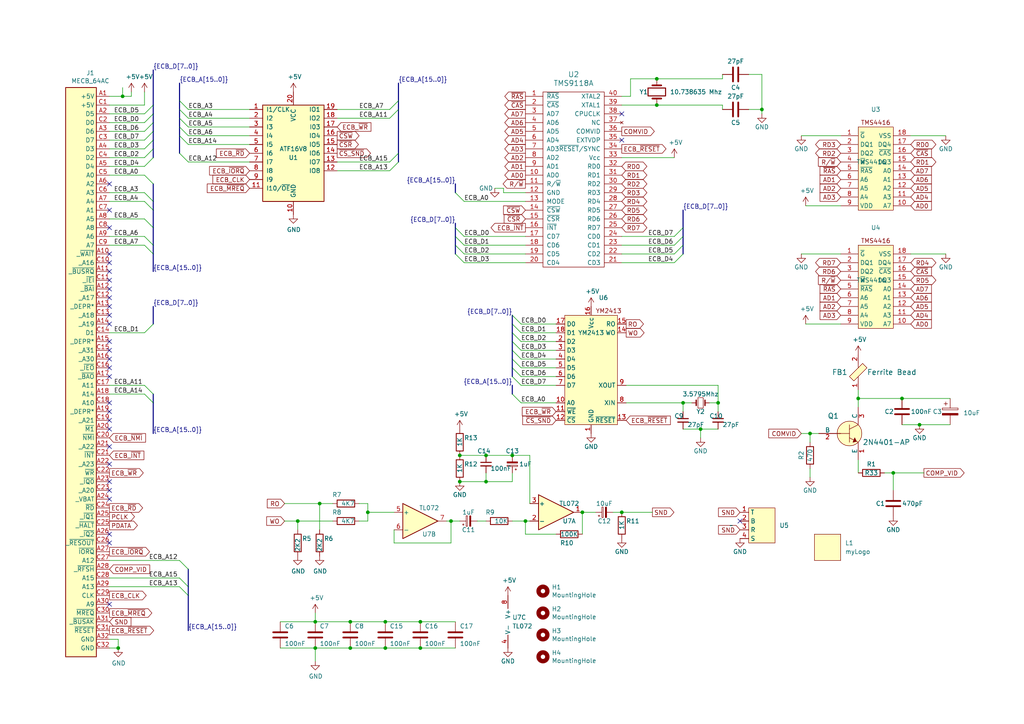
<source format=kicad_sch>
(kicad_sch (version 20230121) (generator eeschema)
  (paper "A4")
  (title_block (title "TLC-VDP for the MECB") (date "10/04/24") (rev "1.1") (company "TLC Stuff"))
  (junction (at 111.76 180.34))
  (junction (at 91.44 187.96))
  (junction (at 208.28 116.84))
  (junction (at 121.92 180.34))
  (junction (at 101.6 180.34))
  (junction (at 266.7 123.19))
  (junction (at 152.4 151.13))
  (junction (at 92.71 146.05))
  (junction (at 148.59 132.08))
  (junction (at 111.76 187.96))
  (junction (at 190.5 22.86))
  (junction (at 34.29 187.96))
  (junction (at 198.12 116.84))
  (junction (at 261.62 115.57))
  (junction (at 248.92 115.57))
  (junction (at 133.35 132.08))
  (junction (at 140.97 139.7))
  (junction (at 86.36 151.13))
  (junction (at 190.5 30.48))
  (junction (at 203.2 124.46))
  (junction (at 101.6 187.96))
  (junction (at 91.44 180.34))
  (junction (at 180.34 148.59))
  (junction (at 133.35 139.7))
  (junction (at 35.56 27.94))
  (junction (at 234.95 125.73))
  (junction (at 121.92 187.96))
  (junction (at 168.91 148.59))
  (junction (at 106.68 148.59))
  (junction (at 130.81 151.13))
  (junction (at 220.98 31.75))
  (junction (at 259.08 137.16))
  (junction (at 140.97 132.08))
  (no_connect (at 31.75 93.98))
  (no_connect (at 31.75 78.74))
  (no_connect (at 31.75 88.9))
  (no_connect (at 31.75 73.66))
  (no_connect (at 31.75 86.36))
  (no_connect (at 31.75 60.96))
  (no_connect (at 31.75 124.46))
  (no_connect (at 31.75 83.82))
  (no_connect (at 31.75 134.62))
  (no_connect (at 31.75 76.2))
  (no_connect (at 31.75 109.22))
  (no_connect (at 31.75 101.6))
  (no_connect (at 31.75 53.34))
  (no_connect (at 31.75 121.92))
  (no_connect (at 180.34 33.02))
  (no_connect (at 180.34 40.64))
  (no_connect (at 31.75 154.94))
  (no_connect (at 31.75 104.14))
  (no_connect (at 31.75 139.7))
  (no_connect (at 31.75 157.48))
  (no_connect (at 31.75 91.44))
  (no_connect (at 31.75 106.68))
  (no_connect (at 31.75 119.38))
  (no_connect (at 214.63 151.13))
  (no_connect (at 31.75 144.78))
  (no_connect (at 31.75 116.84))
  (no_connect (at 31.75 142.24))
  (no_connect (at 31.75 99.06))
  (no_connect (at 31.75 81.28))
  (no_connect (at 31.75 175.26))
  (no_connect (at 31.75 66.04))
  (no_connect (at 31.75 129.54))
  (bus_entry (at 148.59 106.68) (size 2.54 2.54))
  (bus_entry (at 44.45 53.34) (size -2.54 -2.54))
  (bus_entry (at 132.08 68.58) (size 2.54 2.54))
  (bus_entry (at 198.12 73.66) (size -2.54 2.54))
  (bus_entry (at 52.07 170.18) (size 2.54 2.54))
  (bus_entry (at 52.07 162.56) (size 2.54 2.54))
  (bus_entry (at 41.91 43.18) (size 2.54 -2.54))
  (bus_entry (at 41.91 38.1) (size 2.54 -2.54))
  (bus_entry (at 198.12 66.04) (size -2.54 2.54))
  (bus_entry (at 148.59 91.44) (size 2.54 2.54))
  (bus_entry (at 132.08 66.04) (size 2.54 2.54))
  (bus_entry (at 52.07 167.64) (size 2.54 2.54))
  (bus_entry (at 148.59 93.98) (size 2.54 2.54))
  (bus_entry (at 41.91 48.26) (size 2.54 -2.54))
  (bus_entry (at 41.91 33.02) (size 2.54 -2.54))
  (bus_entry (at 148.59 104.14) (size 2.54 2.54))
  (bus_entry (at 41.91 111.76) (size 2.54 2.54))
  (bus_entry (at 148.59 101.6) (size 2.54 2.54))
  (bus_entry (at 148.59 96.52) (size 2.54 2.54))
  (bus_entry (at 41.91 96.52) (size 2.54 -2.54))
  (bus_entry (at 198.12 68.58) (size -2.54 2.54))
  (bus_entry (at 148.59 114.3) (size 2.54 2.54))
  (bus_entry (at 148.59 109.22) (size 2.54 2.54))
  (bus_entry (at 132.08 55.88) (size 2.54 2.54))
  (bus_entry (at 44.45 73.66) (size -2.54 -2.54))
  (bus_entry (at 198.12 71.12) (size -2.54 2.54))
  (bus_entry (at 41.91 45.72) (size 2.54 -2.54))
  (bus_entry (at 44.45 66.04) (size -2.54 -2.54))
  (bus_entry (at 148.59 99.06) (size 2.54 2.54))
  (bus_entry (at 41.91 35.56) (size 2.54 -2.54))
  (bus_entry (at 132.08 71.12) (size 2.54 2.54))
  (bus_entry (at 41.91 114.3) (size 2.54 2.54))
  (bus_entry (at 44.45 71.12) (size -2.54 -2.54))
  (bus_entry (at 132.08 73.66) (size 2.54 2.54))
  (bus_entry (at 52.07 36.83) (size 2.54 2.54))
  (bus_entry (at 52.07 44.45) (size 2.54 2.54))
  (bus_entry (at 52.07 39.37) (size 2.54 2.54))
  (bus_entry (at 52.07 29.21) (size 2.54 2.54))
  (bus_entry (at 52.07 31.75) (size 2.54 2.54))
  (bus_entry (at 52.07 34.29) (size 2.54 2.54))
  (bus_entry (at 113.03 49.53) (size 2.54 -2.54))
  (bus_entry (at 113.03 46.99) (size 2.54 -2.54))
  (bus_entry (at 113.03 34.29) (size 2.54 -2.54))
  (bus_entry (at 113.03 31.75) (size 2.54 -2.54))
  (bus_entry (at 41.91 40.64) (size 2.54 -2.54))
  (bus_entry (at 44.45 58.42) (size -2.54 -2.54))
  (bus_entry (at 44.45 60.96) (size -2.54 -2.54))
  (wire (pts (xy 130.81 157.48) (xy 130.81 151.13)))
  (wire (pts (xy 54.61 46.99) (xy 72.39 46.99)))
  (bus (pts (xy 132.08 64.77) (xy 132.08 66.04)))
  (wire (pts (xy 233.68 59.69) (xy 243.84 59.69)))
  (bus (pts (xy 148.59 99.06) (xy 148.59 101.6)))
  (wire (pts (xy 181.61 111.76) (xy 208.28 111.76)))
  (wire (pts (xy 31.75 40.64) (xy 41.91 40.64)))
  (wire (pts (xy 140.97 132.08) (xy 133.35 132.08)))
  (wire (pts (xy 97.79 31.75) (xy 113.03 31.75)))
  (wire (pts (xy 41.91 26.67) (xy 41.91 30.48)))
  (wire (pts (xy 205.74 116.84) (xy 208.28 116.84)))
  (bus (pts (xy 44.45 20.32) (xy 44.45 30.48)))
  (wire (pts (xy 31.75 63.5) (xy 41.91 63.5)))
  (bus (pts (xy 54.61 170.18) (xy 54.61 172.72)))
  (wire (pts (xy 81.28 187.96) (xy 91.44 187.96)))
  (bus (pts (xy 44.45 66.04) (xy 44.45 71.12)))
  (wire (pts (xy 31.75 71.12) (xy 41.91 71.12)))
  (bus (pts (xy 115.57 24.13) (xy 115.57 29.21)))
  (bus (pts (xy 44.45 53.34) (xy 44.45 58.42)))
  (wire (pts (xy 203.2 124.46) (xy 208.28 124.46)))
  (wire (pts (xy 106.68 148.59) (xy 106.68 151.13)))
  (wire (pts (xy 31.75 185.42) (xy 34.29 185.42)))
  (wire (pts (xy 182.88 27.94) (xy 182.88 22.86)))
  (wire (pts (xy 151.13 116.84) (xy 161.29 116.84)))
  (wire (pts (xy 208.28 116.84) (xy 208.28 119.38)))
  (wire (pts (xy 140.97 137.16) (xy 140.97 139.7)))
  (wire (pts (xy 151.13 93.98) (xy 161.29 93.98)))
  (bus (pts (xy 132.08 66.04) (xy 132.08 68.58)))
  (wire (pts (xy 220.98 21.59) (xy 220.98 31.75)))
  (wire (pts (xy 266.7 123.19) (xy 275.59 123.19)))
  (bus (pts (xy 115.57 29.21) (xy 115.57 31.75)))
  (wire (pts (xy 31.75 45.72) (xy 41.91 45.72)))
  (wire (pts (xy 180.34 27.94) (xy 182.88 27.94)))
  (wire (pts (xy 168.91 148.59) (xy 172.72 148.59)))
  (bus (pts (xy 132.08 71.12) (xy 132.08 73.66)))
  (wire (pts (xy 81.28 180.34) (xy 91.44 180.34)))
  (wire (pts (xy 217.17 31.75) (xy 220.98 31.75)))
  (wire (pts (xy 92.71 146.05) (xy 92.71 153.67)))
  (wire (pts (xy 54.61 41.91) (xy 72.39 41.91)))
  (wire (pts (xy 208.28 111.76) (xy 208.28 116.84)))
  (wire (pts (xy 106.68 151.13) (xy 104.14 151.13)))
  (bus (pts (xy 198.12 60.96) (xy 198.12 66.04)))
  (wire (pts (xy 151.13 101.6) (xy 161.29 101.6)))
  (wire (pts (xy 138.43 151.13) (xy 140.97 151.13)))
  (wire (pts (xy 152.4 154.94) (xy 152.4 151.13)))
  (wire (pts (xy 31.75 38.1) (xy 41.91 38.1)))
  (wire (pts (xy 31.75 162.56) (xy 52.07 162.56)))
  (wire (pts (xy 180.34 68.58) (xy 195.58 68.58)))
  (wire (pts (xy 31.75 48.26) (xy 41.91 48.26)))
  (wire (pts (xy 248.92 115.57) (xy 261.62 115.57)))
  (wire (pts (xy 31.75 50.8) (xy 41.91 50.8)))
  (bus (pts (xy 44.45 88.9) (xy 44.45 93.98)))
  (wire (pts (xy 151.13 96.52) (xy 161.29 96.52)))
  (wire (pts (xy 111.76 180.34) (xy 121.92 180.34)))
  (bus (pts (xy 198.12 71.12) (xy 198.12 73.66)))
  (bus (pts (xy 44.45 43.18) (xy 44.45 45.72)))
  (bus (pts (xy 52.07 24.13) (xy 52.07 29.21)))
  (wire (pts (xy 234.95 135.89) (xy 234.95 138.43)))
  (wire (pts (xy 31.75 33.02) (xy 41.91 33.02)))
  (wire (pts (xy 31.75 43.18) (xy 41.91 43.18)))
  (bus (pts (xy 132.08 53.34) (xy 132.08 55.88)))
  (wire (pts (xy 114.3 157.48) (xy 130.81 157.48)))
  (wire (pts (xy 31.75 58.42) (xy 41.91 58.42)))
  (wire (pts (xy 151.13 109.22) (xy 161.29 109.22)))
  (wire (pts (xy 54.61 36.83) (xy 72.39 36.83)))
  (wire (pts (xy 129.54 151.13) (xy 130.81 151.13)))
  (wire (pts (xy 151.13 104.14) (xy 161.29 104.14)))
  (bus (pts (xy 54.61 172.72) (xy 54.61 182.88)))
  (bus (pts (xy 198.12 66.04) (xy 198.12 68.58)))
  (wire (pts (xy 232.41 125.73) (xy 234.95 125.73)))
  (wire (pts (xy 180.34 30.48) (xy 190.5 30.48)))
  (wire (pts (xy 220.98 31.75) (xy 220.98 33.02)))
  (wire (pts (xy 31.75 167.64) (xy 52.07 167.64)))
  (bus (pts (xy 198.12 68.58) (xy 198.12 71.12)))
  (wire (pts (xy 153.67 132.08) (xy 148.59 132.08)))
  (wire (pts (xy 153.67 146.05) (xy 153.67 132.08)))
  (wire (pts (xy 233.68 93.98) (xy 243.84 93.98)))
  (wire (pts (xy 148.59 139.7) (xy 140.97 139.7)))
  (wire (pts (xy 106.68 146.05) (xy 106.68 148.59)))
  (wire (pts (xy 31.75 55.88) (xy 41.91 55.88)))
  (wire (pts (xy 31.75 111.76) (xy 41.91 111.76)))
  (wire (pts (xy 106.68 148.59) (xy 114.3 148.59)))
  (wire (pts (xy 31.75 114.3) (xy 41.91 114.3)))
  (bus (pts (xy 148.59 93.98) (xy 148.59 96.52)))
  (wire (pts (xy 31.75 68.58) (xy 41.91 68.58)))
  (wire (pts (xy 134.62 73.66) (xy 152.4 73.66)))
  (bus (pts (xy 52.07 29.21) (xy 52.07 31.75)))
  (bus (pts (xy 148.59 91.44) (xy 148.59 93.98)))
  (wire (pts (xy 82.55 151.13) (xy 86.36 151.13)))
  (bus (pts (xy 148.59 106.68) (xy 148.59 109.22)))
  (wire (pts (xy 198.12 116.84) (xy 198.12 119.38)))
  (wire (pts (xy 248.92 133.35) (xy 248.92 137.16)))
  (wire (pts (xy 168.91 148.59) (xy 168.91 154.94)))
  (wire (pts (xy 248.92 113.03) (xy 248.92 115.57)))
  (wire (pts (xy 190.5 30.48) (xy 209.55 30.48)))
  (wire (pts (xy 264.16 39.37) (xy 274.32 39.37)))
  (wire (pts (xy 180.34 148.59) (xy 189.23 148.59)))
  (wire (pts (xy 151.13 111.76) (xy 161.29 111.76)))
  (wire (pts (xy 203.2 124.46) (xy 203.2 127)))
  (bus (pts (xy 44.45 71.12) (xy 44.45 73.66)))
  (wire (pts (xy 232.41 39.37) (xy 243.84 39.37)))
  (wire (pts (xy 104.14 146.05) (xy 106.68 146.05)))
  (wire (pts (xy 198.12 116.84) (xy 200.66 116.84)))
  (wire (pts (xy 91.44 187.96) (xy 91.44 191.77)))
  (bus (pts (xy 44.45 116.84) (xy 44.45 125.73)))
  (wire (pts (xy 248.92 115.57) (xy 248.92 118.11)))
  (wire (pts (xy 31.75 35.56) (xy 41.91 35.56)))
  (wire (pts (xy 180.34 73.66) (xy 195.58 73.66)))
  (wire (pts (xy 134.62 71.12) (xy 152.4 71.12)))
  (bus (pts (xy 54.61 165.1) (xy 54.61 170.18)))
  (bus (pts (xy 115.57 44.45) (xy 115.57 46.99)))
  (wire (pts (xy 31.75 96.52) (xy 41.91 96.52)))
  (bus (pts (xy 52.07 36.83) (xy 52.07 39.37)))
  (bus (pts (xy 44.45 38.1) (xy 44.45 40.64)))
  (bus (pts (xy 44.45 40.64) (xy 44.45 43.18)))
  (wire (pts (xy 259.08 137.16) (xy 259.08 142.24)))
  (wire (pts (xy 151.13 106.68) (xy 161.29 106.68)))
  (wire (pts (xy 134.62 76.2) (xy 152.4 76.2)))
  (bus (pts (xy 52.07 34.29) (xy 52.07 36.83)))
  (wire (pts (xy 86.36 151.13) (xy 96.52 151.13)))
  (wire (pts (xy 264.16 73.66) (xy 274.32 73.66)))
  (wire (pts (xy 31.75 30.48) (xy 41.91 30.48)))
  (wire (pts (xy 261.62 123.19) (xy 266.7 123.19)))
  (wire (pts (xy 151.13 99.06) (xy 161.29 99.06)))
  (wire (pts (xy 101.6 180.34) (xy 111.76 180.34)))
  (wire (pts (xy 31.75 170.18) (xy 52.07 170.18)))
  (wire (pts (xy 209.55 30.48) (xy 209.55 31.75)))
  (wire (pts (xy 177.8 148.59) (xy 180.34 148.59)))
  (wire (pts (xy 92.71 146.05) (xy 96.52 146.05)))
  (bus (pts (xy 52.07 31.75) (xy 52.07 34.29)))
  (wire (pts (xy 146.05 55.88) (xy 152.4 55.88)))
  (wire (pts (xy 259.08 137.16) (xy 267.97 137.16)))
  (wire (pts (xy 34.29 185.42) (xy 34.29 187.96)))
  (wire (pts (xy 181.61 116.84) (xy 198.12 116.84)))
  (wire (pts (xy 54.61 39.37) (xy 72.39 39.37)))
  (wire (pts (xy 148.59 132.08) (xy 140.97 132.08)))
  (wire (pts (xy 97.79 49.53) (xy 113.03 49.53)))
  (wire (pts (xy 91.44 177.8) (xy 91.44 180.34)))
  (bus (pts (xy 148.59 104.14) (xy 148.59 106.68)))
  (bus (pts (xy 115.57 31.75) (xy 115.57 44.45)))
  (wire (pts (xy 121.92 180.34) (xy 132.08 180.34)))
  (wire (pts (xy 180.34 45.72) (xy 195.58 45.72)))
  (wire (pts (xy 31.75 187.96) (xy 34.29 187.96)))
  (bus (pts (xy 132.08 68.58) (xy 132.08 71.12)))
  (wire (pts (xy 161.29 154.94) (xy 152.4 154.94)))
  (bus (pts (xy 44.45 73.66) (xy 44.45 78.74)))
  (wire (pts (xy 217.17 21.59) (xy 220.98 21.59)))
  (bus (pts (xy 44.45 33.02) (xy 44.45 35.56)))
  (wire (pts (xy 148.59 151.13) (xy 152.4 151.13)))
  (wire (pts (xy 121.92 187.96) (xy 132.08 187.96)))
  (wire (pts (xy 130.81 151.13) (xy 133.35 151.13)))
  (wire (pts (xy 209.55 21.59) (xy 209.55 22.86)))
  (wire (pts (xy 152.4 151.13) (xy 153.67 151.13)))
  (bus (pts (xy 148.59 111.76) (xy 148.59 114.3)))
  (bus (pts (xy 148.59 96.52) (xy 148.59 99.06)))
  (wire (pts (xy 35.56 27.94) (xy 38.1 27.94)))
  (wire (pts (xy 38.1 26.67) (xy 38.1 27.94)))
  (wire (pts (xy 234.95 125.73) (xy 237.49 125.73)))
  (bus (pts (xy 44.45 58.42) (xy 44.45 60.96)))
  (wire (pts (xy 111.76 187.96) (xy 121.92 187.96)))
  (wire (pts (xy 114.3 153.67) (xy 114.3 157.48)))
  (wire (pts (xy 91.44 180.34) (xy 101.6 180.34)))
  (wire (pts (xy 97.79 46.99) (xy 113.03 46.99)))
  (wire (pts (xy 190.5 22.86) (xy 209.55 22.86)))
  (wire (pts (xy 198.12 124.46) (xy 203.2 124.46)))
  (wire (pts (xy 91.44 187.96) (xy 101.6 187.96)))
  (bus (pts (xy 44.45 114.3) (xy 44.45 116.84)))
  (wire (pts (xy 54.61 31.75) (xy 72.39 31.75)))
  (wire (pts (xy 140.97 139.7) (xy 133.35 139.7)))
  (wire (pts (xy 256.54 137.16) (xy 259.08 137.16)))
  (wire (pts (xy 134.62 68.58) (xy 152.4 68.58)))
  (wire (pts (xy 182.88 22.86) (xy 190.5 22.86)))
  (wire (pts (xy 146.05 54.61) (xy 146.05 55.88)))
  (wire (pts (xy 134.62 58.42) (xy 152.4 58.42)))
  (wire (pts (xy 143.51 54.61) (xy 146.05 54.61)))
  (bus (pts (xy 44.45 35.56) (xy 44.45 38.1)))
  (wire (pts (xy 234.95 125.73) (xy 234.95 128.27)))
  (wire (pts (xy 148.59 137.16) (xy 148.59 139.7)))
  (wire (pts (xy 97.79 34.29) (xy 113.03 34.29)))
  (wire (pts (xy 180.34 71.12) (xy 195.58 71.12)))
  (wire (pts (xy 261.62 115.57) (xy 275.59 115.57)))
  (wire (pts (xy 232.41 73.66) (xy 243.84 73.66)))
  (wire (pts (xy 180.34 76.2) (xy 195.58 76.2)))
  (bus (pts (xy 148.59 101.6) (xy 148.59 104.14)))
  (wire (pts (xy 82.55 146.05) (xy 92.71 146.05)))
  (wire (pts (xy 35.56 25.4) (xy 35.56 27.94)))
  (bus (pts (xy 44.45 60.96) (xy 44.45 66.04)))
  (bus (pts (xy 52.07 39.37) (xy 52.07 44.45)))
  (wire (pts (xy 86.36 151.13) (xy 86.36 153.67)))
  (wire (pts (xy 31.75 27.94) (xy 35.56 27.94)))
  (wire (pts (xy 101.6 187.96) (xy 111.76 187.96)))
  (wire (pts (xy 54.61 34.29) (xy 72.39 34.29)))
  (bus (pts (xy 44.45 30.48) (xy 44.45 33.02)))
  (label "ECB_A5" (at 54.61 36.83 0))
  (label "ECB_A6" (at 54.61 39.37 0))
  (label "{ECB_A[15..0]}" (at 44.45 78.74 0))
  (label "ECB_D0" (at 151.13 93.98 0))
  (label "ECB_A15" (at 43.18 167.64 0))
  (label "ECB_D7" (at 151.13 111.76 0))
  (label "ECB_A0" (at 134.62 58.42 0))
  (label "{ECB_D[7..0]}" (at 44.45 88.9 0))
  (label "ECB_A7" (at 104.14 31.75 0))
  (label "ECB_D5" (at 151.13 106.68 0))
  (label "ECB_D3" (at 151.13 101.6 0))
  (label "ECB_A15" (at 104.14 46.99 0))
  (label "ECB_D3" (at 33.02 43.18 0))
  (label "ECB_A12" (at 43.18 162.56 0))
  (label "{ECB_A[15..0]}" (at 148.59 111.76 180))
  (label "ECB_D4" (at 187.96 76.2 0))
  (label "ECB_A13" (at 104.14 49.53 0))
  (label "ECB_D0" (at 33.02 35.56 0))
  (label "ECB_D6" (at 187.96 71.12 0))
  (label "ECB_D3" (at 134.62 76.2 0))
  (label "ECB_A0" (at 33.02 50.8 0))
  (label "ECB_D7" (at 33.02 40.64 0))
  (label "ECB_D6" (at 33.02 38.1 0))
  (label "ECB_D0" (at 134.62 68.58 0))
  (label "ECB_D4" (at 151.13 104.14 0))
  (label "ECB_A6" (at 33.02 68.58 0))
  (label "ECB_A3" (at 54.61 31.75 0))
  (label "ECB_D5" (at 33.02 33.02 0))
  (label "{ECB_D[7..0]}" (at 148.59 91.44 180))
  (label "ECB_A12" (at 54.61 46.99 0))
  (label "ECB_A11" (at 33.02 111.76 0))
  (label "ECB_A4" (at 33.02 58.42 0))
  (label "ECB_D7" (at 187.96 68.58 0))
  (label "ECB_D2" (at 134.62 73.66 0))
  (label "ECB_A3" (at 33.02 55.88 0))
  (label "{ECB_A[15..0]}" (at 115.57 24.13 0))
  (label "ECB_A4" (at 54.61 34.29 0))
  (label "{ECB_A[15..0]}" (at 132.08 53.34 180))
  (label "ECB_A5" (at 33.02 63.5 0))
  (label "ECB_D4" (at 33.02 48.26 0))
  (label "ECB_A11" (at 104.14 34.29 0))
  (label "{ECB_D[7..0]}" (at 44.45 20.32 0))
  (label "ECB_D1" (at 33.02 96.52 0))
  (label "ECB_D5" (at 187.96 73.66 0))
  (label "ECB_D1" (at 134.62 71.12 0))
  (label "{ECB_D[7..0]}" (at 132.08 64.77 180))
  (label "{ECB_A[15..0]}" (at 54.61 182.88 0))
  (label "ECB_A13" (at 43.18 170.18 0))
  (label "ECB_D1" (at 151.13 96.52 0))
  (label "ECB_D6" (at 151.13 109.22 0))
  (label "ECB_A7" (at 33.02 71.12 0))
  (label "ECB_D2" (at 33.02 45.72 0))
  (label "{ECB_A[15..0]}" (at 44.45 125.73 0))
  (label "{ECB_A[15..0]}" (at 52.07 24.13 0))
  (label "ECB_D2" (at 151.13 99.06 0))
  (label "{ECB_D[7..0]}" (at 198.12 60.96 0))
  (label "ECB_A14" (at 33.02 114.3 0))
  (label "ECB_A0" (at 151.13 116.84 0))
  (label "ECB_A14" (at 54.61 41.91 0))
  (global_label "~{CAS}" (shape input) (at 264.16 78.74 0) (property "Intersheetrefs" "${INTERSHEET_REFS}" (effects hide)))
  (global_label "AD3" (shape input) (at 243.84 57.15 180) (property "Intersheetrefs" "${INTERSHEET_REFS}" (effects hide)))
  (global_label "ECB_~{RESET}" (shape output) (at 31.75 182.88 0) (property "Intersheetrefs" "${INTERSHEET_REFS}" (effects hide)))
  (global_label "ECB_~{MREQ}" (shape output) (at 31.75 177.8 0) (property "Intersheetrefs" "${INTERSHEET_REFS}" (effects hide)))
  (global_label "~{CSR}" (shape input) (at 152.4 63.5 180) (property "Intersheetrefs" "${INTERSHEET_REFS}" (effects hide)))
  (global_label "SND" (shape input) (at 214.63 148.59 180) (property "Intersheetrefs" "${INTERSHEET_REFS}" (effects hide)))
  (global_label "RD6" (shape bidirectional) (at 180.34 63.5 0) (property "Intersheetrefs" "${INTERSHEET_REFS}" (effects hide)))
  (global_label "AD0" (shape input) (at 264.16 59.69 0) (property "Intersheetrefs" "${INTERSHEET_REFS}" (effects hide)))
  (global_label "~{CSW}" (shape input) (at 152.4 60.96 180) (property "Intersheetrefs" "${INTERSHEET_REFS}" (effects hide)))
  (global_label "RO" (shape output) (at 181.61 93.98 0) (property "Intersheetrefs" "${INTERSHEET_REFS}" (effects hide)))
  (global_label "R{slash}~{W}" (shape output) (at 152.4 53.34 180) (property "Intersheetrefs" "${INTERSHEET_REFS}" (effects hide)))
  (global_label "RD4" (shape bidirectional) (at 264.16 76.2 0) (property "Intersheetrefs" "${INTERSHEET_REFS}" (effects hide)))
  (global_label "ECB_CLK" (shape output) (at 31.75 172.72 0) (property "Intersheetrefs" "${INTERSHEET_REFS}" (effects hide)))
  (global_label "AD1" (shape output) (at 152.4 48.26 180) (property "Intersheetrefs" "${INTERSHEET_REFS}" (effects hide)))
  (global_label "PCLK" (shape output) (at 31.75 149.86 0) (property "Intersheetrefs" "${INTERSHEET_REFS}" (effects hide)))
  (global_label "ECB_~{WR}" (shape input) (at 161.29 119.38 180) (property "Intersheetrefs" "${INTERSHEET_REFS}" (effects hide)))
  (global_label "ECB_~{RESET}" (shape output) (at 180.34 43.18 0) (property "Intersheetrefs" "${INTERSHEET_REFS}" (effects hide)))
  (global_label "AD7" (shape input) (at 264.16 49.53 0) (property "Intersheetrefs" "${INTERSHEET_REFS}" (effects hide)))
  (global_label "SND" (shape output) (at 189.23 148.59 0) (property "Intersheetrefs" "${INTERSHEET_REFS}" (effects hide)))
  (global_label "ECB_~{INT}" (shape input) (at 31.75 132.08 0) (property "Intersheetrefs" "${INTERSHEET_REFS}" (effects hide)))
  (global_label "WO" (shape output) (at 181.61 96.52 0) (property "Intersheetrefs" "${INTERSHEET_REFS}" (effects hide)))
  (global_label "RD0" (shape bidirectional) (at 264.16 41.91 0) (property "Intersheetrefs" "${INTERSHEET_REFS}" (effects hide)))
  (global_label "ECB_~{IORQ}" (shape output) (at 31.75 160.02 0) (property "Intersheetrefs" "${INTERSHEET_REFS}" (effects hide)))
  (global_label "~{CAS}" (shape input) (at 264.16 44.45 0) (property "Intersheetrefs" "${INTERSHEET_REFS}" (effects hide)))
  (global_label "ECB_~{RD}" (shape input) (at 72.39 44.45 180) (property "Intersheetrefs" "${INTERSHEET_REFS}" (effects hide)))
  (global_label "RD3" (shape bidirectional) (at 243.84 41.91 180) (property "Intersheetrefs" "${INTERSHEET_REFS}" (effects hide)))
  (global_label "SND" (shape input) (at 31.75 180.34 0) (property "Intersheetrefs" "${INTERSHEET_REFS}" (effects hide)))
  (global_label "AD2" (shape input) (at 243.84 54.61 180) (property "Intersheetrefs" "${INTERSHEET_REFS}" (effects hide)))
  (global_label "AD7" (shape input) (at 264.16 83.82 0) (property "Intersheetrefs" "${INTERSHEET_REFS}" (effects hide)))
  (global_label "AD2" (shape output) (at 152.4 45.72 180) (property "Intersheetrefs" "${INTERSHEET_REFS}" (effects hide)))
  (global_label "RD7" (shape bidirectional) (at 180.34 66.04 0) (property "Intersheetrefs" "${INTERSHEET_REFS}" (effects hide)))
  (global_label "R{slash}~{W}" (shape input) (at 243.84 81.28 180) (property "Intersheetrefs" "${INTERSHEET_REFS}" (effects hide)))
  (global_label "RD2" (shape bidirectional) (at 243.84 44.45 180) (property "Intersheetrefs" "${INTERSHEET_REFS}" (effects hide)))
  (global_label "RD2" (shape bidirectional) (at 180.34 53.34 0) (property "Intersheetrefs" "${INTERSHEET_REFS}" (effects hide)))
  (global_label "~{CS_SND}" (shape input) (at 161.29 121.92 180) (property "Intersheetrefs" "${INTERSHEET_REFS}" (effects hide)))
  (global_label "AD4" (shape output) (at 152.4 40.64 180) (property "Intersheetrefs" "${INTERSHEET_REFS}" (effects hide)))
  (global_label "~{~{RAS}}" (shape output) (at 152.4 27.94 180) (property "Intersheetrefs" "${INTERSHEET_REFS}" (effects hide)))
  (global_label "AD2" (shape input) (at 243.84 88.9 180) (property "Intersheetrefs" "${INTERSHEET_REFS}" (effects hide)))
  (global_label "ECB_~{INT}" (shape output) (at 152.4 66.04 180) (property "Intersheetrefs" "${INTERSHEET_REFS}" (effects hide)))
  (global_label "ECB_~{WR}" (shape input) (at 97.79 36.83 0) (property "Intersheetrefs" "${INTERSHEET_REFS}" (effects hide)))
  (global_label "AD5" (shape output) (at 152.4 38.1 180) (property "Intersheetrefs" "${INTERSHEET_REFS}" (effects hide)))
  (global_label "AD4" (shape input) (at 264.16 91.44 0) (property "Intersheetrefs" "${INTERSHEET_REFS}" (effects hide)))
  (global_label "COMVID" (shape input) (at 232.41 125.73 180) (property "Intersheetrefs" "${INTERSHEET_REFS}" (effects hide)))
  (global_label "SND" (shape input) (at 214.63 153.67 180) (property "Intersheetrefs" "${INTERSHEET_REFS}" (effects hide)))
  (global_label "~{~{RAS}}" (shape input) (at 243.84 83.82 180) (property "Intersheetrefs" "${INTERSHEET_REFS}" (effects hide)))
  (global_label "~{CSW}" (shape output) (at 97.79 39.37 0) (property "Intersheetrefs" "${INTERSHEET_REFS}" (effects hide)))
  (global_label "ECB_CLK" (shape input) (at 72.39 52.07 180) (property "Intersheetrefs" "${INTERSHEET_REFS}" (effects hide)))
  (global_label "AD3" (shape output) (at 152.4 43.18 180) (property "Intersheetrefs" "${INTERSHEET_REFS}" (effects hide)))
  (global_label "AD3" (shape input) (at 243.84 91.44 180) (property "Intersheetrefs" "${INTERSHEET_REFS}" (effects hide)))
  (global_label "RD4" (shape bidirectional) (at 180.34 58.42 0) (property "Intersheetrefs" "${INTERSHEET_REFS}" (effects hide)))
  (global_label "ECB_~{RESET}" (shape input) (at 181.61 121.92 0) (property "Intersheetrefs" "${INTERSHEET_REFS}" (effects hide)))
  (global_label "AD0" (shape output) (at 152.4 50.8 180) (property "Intersheetrefs" "${INTERSHEET_REFS}" (effects hide)))
  (global_label "RD7" (shape bidirectional) (at 243.84 76.2 180) (property "Intersheetrefs" "${INTERSHEET_REFS}" (effects hide)))
  (global_label "AD1" (shape input) (at 243.84 86.36 180) (property "Intersheetrefs" "${INTERSHEET_REFS}" (effects hide)))
  (global_label "RD0" (shape bidirectional) (at 180.34 48.26 0) (property "Intersheetrefs" "${INTERSHEET_REFS}" (effects hide)))
  (global_label "RD1" (shape bidirectional) (at 264.16 46.99 0) (property "Intersheetrefs" "${INTERSHEET_REFS}" (effects hide)))
  (global_label "WO" (shape input) (at 82.55 151.13 180) (property "Intersheetrefs" "${INTERSHEET_REFS}" (effects hide)))
  (global_label "RO" (shape input) (at 82.55 146.05 180) (property "Intersheetrefs" "${INTERSHEET_REFS}" (effects hide)))
  (global_label "RD1" (shape bidirectional) (at 180.34 50.8 0) (property "Intersheetrefs" "${INTERSHEET_REFS}" (effects hide)))
  (global_label "~{CS_SND}" (shape output) (at 97.79 44.45 0) (property "Intersheetrefs" "${INTERSHEET_REFS}" (effects hide)))
  (global_label "ECB_~{WR}" (shape output) (at 31.75 137.16 0) (property "Intersheetrefs" "${INTERSHEET_REFS}" (effects hide)))
  (global_label "AD5" (shape input) (at 264.16 54.61 0) (property "Intersheetrefs" "${INTERSHEET_REFS}" (effects hide)))
  (global_label "AD6" (shape input) (at 264.16 52.07 0) (property "Intersheetrefs" "${INTERSHEET_REFS}" (effects hide)))
  (global_label "RD6" (shape bidirectional) (at 243.84 78.74 180) (property "Intersheetrefs" "${INTERSHEET_REFS}" (effects hide)))
  (global_label "COMP_VID" (shape input) (at 31.75 165.1 0) (property "Intersheetrefs" "${INTERSHEET_REFS}" (effects hide)))
  (global_label "AD4" (shape input) (at 264.16 57.15 0) (property "Intersheetrefs" "${INTERSHEET_REFS}" (effects hide)))
  (global_label "PDATA" (shape output) (at 31.75 152.4 0) (property "Intersheetrefs" "${INTERSHEET_REFS}" (effects hide)))
  (global_label "AD6" (shape output) (at 152.4 35.56 180) (property "Intersheetrefs" "${INTERSHEET_REFS}" (effects hide)))
  (global_label "R{slash}~{W}" (shape input) (at 243.84 46.99 180) (property "Intersheetrefs" "${INTERSHEET_REFS}" (effects hide)))
  (global_label "AD7" (shape output) (at 152.4 33.02 180) (property "Intersheetrefs" "${INTERSHEET_REFS}" (effects hide)))
  (global_label "~{CSR}" (shape output) (at 97.79 41.91 0) (property "Intersheetrefs" "${INTERSHEET_REFS}" (effects hide)))
  (global_label "~{CAS}" (shape output) (at 152.4 30.48 180) (property "Intersheetrefs" "${INTERSHEET_REFS}" (effects hide)))
  (global_label "AD5" (shape input) (at 264.16 88.9 0) (property "Intersheetrefs" "${INTERSHEET_REFS}" (effects hide)))
  (global_label "ECB_~{NMI}" (shape input) (at 31.75 127 0) (property "Intersheetrefs" "${INTERSHEET_REFS}" (effects hide)))
  (global_label "RD3" (shape bidirectional) (at 180.34 55.88 0) (property "Intersheetrefs" "${INTERSHEET_REFS}" (effects hide)))
  (global_label "AD1" (shape input) (at 243.84 52.07 180) (property "Intersheetrefs" "${INTERSHEET_REFS}" (effects hide)))
  (global_label "RD5" (shape bidirectional) (at 180.34 60.96 0) (property "Intersheetrefs" "${INTERSHEET_REFS}" (effects hide)))
  (global_label "ECB_~{MREQ}" (shape input) (at 72.39 54.61 180) (property "Intersheetrefs" "${INTERSHEET_REFS}" (effects hide)))
  (global_label "COMP_VID" (shape output) (at 267.97 137.16 0) (property "Intersheetrefs" "${INTERSHEET_REFS}" (effects hide)))
  (global_label "ECB_~{IORQ}" (shape input) (at 72.39 49.53 180) (property "Intersheetrefs" "${INTERSHEET_REFS}" (effects hide)))
  (global_label "ECB_~{RD}" (shape output) (at 31.75 147.32 0) (property "Intersheetrefs" "${INTERSHEET_REFS}" (effects hide)))
  (global_label "COMVID" (shape output) (at 180.34 38.1 0) (property "Intersheetrefs" "${INTERSHEET_REFS}" (effects hide)))
  (global_label "AD6" (shape input) (at 264.16 86.36 0) (property "Intersheetrefs" "${INTERSHEET_REFS}" (effects hide)))
  (global_label "RD5" (shape bidirectional) (at 264.16 81.28 0) (property "Intersheetrefs" "${INTERSHEET_REFS}" (effects hide)))
  (global_label "~{~{RAS}}" (shape input) (at 243.84 49.53 180) (property "Intersheetrefs" "${INTERSHEET_REFS}" (effects hide)))
  (global_label "AD0" (shape input) (at 264.16 93.98 0) (property "Intersheetrefs" "${INTERSHEET_REFS}" (effects hide)))
  (symbol (lib_id "Logic_Programmable:GAL16V8") (at 85.09 44.45 0) (unit 1)
    (property "Reference" "U1" (at 85.09 45.72 0))
    (property "Value" "ATF16V8" (at 85.09 43.18 0))
    (property "Footprint" "Package_DIP:DIP-20_W7.62mm_LongPads" (effects hide))
  )
  (symbol (lib_id "power:+5V") (at 85.09 26.67 0) (unit 1)
    (property "Reference" "#PWR05" (effects hide))
    (property "Value" "+5V" (at 85.471 22.2758 0))
  )
  (symbol (lib_id "power:GND") (at 85.09 62.23 0) (unit 1)
    (property "Reference" "#PWR06" (effects hide))
    (property "Value" "GND" (at 85.217 66.6242 0))
  )
  (symbol (lib_id "Mechanical:MountingHole") (at 157.48 184.15 0) (unit 1)
    (property "Reference" "H3" (at 160.02 182.9816 0) (effects (justify left)))
    (property "Value" "MountingHole" (at 160.02 185.293 0) (effects (justify left)))
    (property "Footprint" "MountingHole:MountingHole_3.2mm_M3" (effects hide))
  )
  (symbol (lib_id "Mechanical:MountingHole") (at 157.48 190.5 0) (unit 1)
    (property "Reference" "H4" (at 160.02 189.3316 0) (effects (justify left)))
    (property "Value" "MountingHole" (at 160.02 191.643 0) (effects (justify left)))
    (property "Footprint" "MountingHole:MountingHole_3.2mm_M3" (effects hide))
  )
  (symbol (lib_id "Mechanical:MountingHole") (at 157.48 171.45 0) (unit 1)
    (property "Reference" "H1" (at 160.02 170.2816 0) (effects (justify left)))
    (property "Value" "MountingHole" (at 160.02 172.593 0) (effects (justify left)))
    (property "Footprint" "MountingHole:MountingHole_3.2mm_M3" (effects hide))
  )
  (symbol (lib_id "Mechanical:MountingHole") (at 157.48 177.8 0) (unit 1)
    (property "Reference" "H2" (at 160.02 176.6316 0) (effects (justify left)))
    (property "Value" "MountingHole" (at 160.02 178.943 0) (effects (justify left)))
    (property "Footprint" "MountingHole:MountingHole_3.2mm_M3" (effects hide))
  )
  (symbol (lib_id "power:+5V") (at 233.68 59.69 0) (unit 1)
    (property "Reference" "#PWR010" (effects hide))
    (property "Value" "+5V" (at 234.061 55.2958 0))
  )
  (symbol (lib_id "power:GND") (at 86.36 161.29 0) (unit 1)
    (property "Reference" "#PWR028" (effects hide))
    (property "Value" "GND" (at 86.487 165.6842 0))
  )
  (symbol (lib_id "Device:C_Polarized") (at 275.59 119.38 0) (unit 1)
    (property "Reference" "C3" (at 270.51 119.38 0) (effects (justify left)))
    (property "Value" "10uF" (at 279.4 119.761 0) (effects (justify left)))
    (property "Footprint" "Capacitor_THT:CP_Radial_D5.0mm_P2.00mm" (effects hide))
  )
  (symbol (lib_id "TLC:C_6560_S.Audio_Socket") (at 220.98 152.4 0) (unit 1)
    (property "Reference" "U5" (at 226.06 152.4 0) (effects (justify left)))
    (property "Value" "~" (at 212.09 152.4 0))
    (property "Footprint" "TLC_Stuff:C 6560 s.Audio Socket" (effects hide))
  )
  (symbol (lib_id "Device:R") (at 100.33 151.13 90) (unit 1)
    (property "Reference" "R8" (at 99.06 148.59 90) (effects (justify left)))
    (property "Value" "4K7" (at 102.87 151.13 90) (effects (justify left)))
    (property "Footprint" "Resistor_THT:R_Axial_DIN0207_L6.3mm_D2.5mm_P10.16mm_Horizontal" (effects hide))
  )
  (symbol (lib_id "Device:R") (at 144.78 151.13 90) (unit 1)
    (property "Reference" "R9" (at 143.51 148.59 90) (effects (justify left)))
    (property "Value" "10K" (at 147.32 151.13 90) (effects (justify left)))
    (property "Footprint" "Resistor_THT:R_Axial_DIN0207_L6.3mm_D2.5mm_P10.16mm_Horizontal" (effects hide))
  )
  (symbol (lib_id "Device:C") (at 213.36 31.75 90) (unit 1)
    (property "Reference" "C5" (at 213.36 35.56 90))
    (property "Value" "27pF" (at 213.36 27.94 90))
    (property "Footprint" "Capacitor_THT:C_Disc_D4.3mm_W1.9mm_P5.00mm" (effects hide))
  )
  (symbol (lib_id "power:GND") (at 133.35 139.7 0) (unit 1)
    (property "Reference" "#PWR032" (effects hide))
    (property "Value" "GND" (at 133.35 143.51 0))
  )
  (symbol (lib_id "Device:C_Polarized_Small") (at 148.59 134.62 180) (unit 1)
    (property "Reference" "C13" (at 148.59 130.81 0))
    (property "Value" "1uF" (at 152.4 134.62 0))
    (property "Footprint" "Capacitor_THT:CP_Radial_D4.0mm_P2.00mm" (effects hide))
  )
  (symbol (lib_id "dk_Ferrite-Beads-and-Chips:BLM18AG601SN1D") (at 248.92 107.95 90) (unit 1)
    (property "Reference" "FB1" (at 241.3 107.95 90) (effects (font (size 1.524 1.524)) (justify right)))
    (property "Value" "Ferrite Bead" (at 251.46 107.95 90) (effects (font (size 1.524 1.524)) (justify right)))
    (property "Footprint" "Resistor_THT:R_Axial_DIN0207_L6.3mm_D2.5mm_P10.16mm_Horizontal" (effects hide))
    (property "Datasheet" "https://www.murata.com/en-us/products/productdata/8796738650142/ENFA0003.pdf" (effects hide))
    (property "Digi-Key_PN" "490-1014-1-ND" (effects hide))
    (property "MPN" "BLM18AG601SN1D" (effects hide))
    (property "Category" "Filters" (effects hide))
    (property "Family" "Ferrite Beads and Chips" (effects hide))
    (property "DK_Datasheet_Link" "https://www.murata.com/en-us/products/productdata/8796738650142/ENFA0003.pdf" (effects hide))
    (property "DK_Detail_Page" "/product-detail/en/murata-electronics-north-america/BLM18AG601SN1D/490-1014-1-ND/584462" (effects hide))
    (property "Description" "FERRITE BEAD 600 OHM 0603 1LN" (effects hide))
    (property "Manufacturer" "Murata Electronics North America" (effects hide))
    (property "Status" "Active" (effects hide))
  )
  (symbol (lib_id "Device:C") (at 81.28 184.15 0) (unit 1)
    (property "Reference" "C6" (at 82.55 181.61 0) (effects (justify left)))
    (property "Value" "100nF" (at 82.55 186.69 0) (effects (justify left)))
    (property "Footprint" "Capacitor_THT:C_Disc_D4.7mm_W2.5mm_P5.00mm" (effects hide))
  )
  (symbol (lib_id "power:GND") (at 147.32 187.96 0) (unit 1)
    (property "Reference" "#PWR030" (effects hide))
    (property "Value" "GND" (at 147.32 191.77 0))
  )
  (symbol (lib_id "power:GND") (at 232.41 73.66 0) (unit 1)
    (property "Reference" "#PWR011" (effects hide))
    (property "Value" "GND" (at 232.41 77.47 0))
  )
  (symbol (lib_id "Device:R") (at 133.35 128.27 0) (unit 1)
    (property "Reference" "R13" (at 134.62 127 0) (effects (justify left)))
    (property "Value" "1K" (at 133.35 129.54 90) (effects (justify left)))
    (property "Footprint" "Resistor_THT:R_Axial_DIN0207_L6.3mm_D2.5mm_P10.16mm_Horizontal" (effects hide))
  )
  (symbol (lib_id "power:GND") (at 91.44 191.77 0) (unit 1)
    (property "Reference" "#PWR015" (effects hide))
    (property "Value" "GND" (at 91.567 196.1642 0))
  )
  (symbol (lib_id "MyCustomSymbolLibrary:MECB_64AC") (at 24.13 109.22 0) (mirror y) (unit 1)
    (property "Reference" "J1" (at 26.2128 21.1582 0))
    (property "Value" "MECB_64AC" (at 26.2128 23.4696 0))
    (property "Footprint" "MyCustomFootprintLibrary:DIN41612_C_2x32_C64AC_Male_Horizontal_THT" (effects hide))
    (property "Datasheet" " ~" (effects hide))
  )
  (symbol (lib_id "power:GND") (at 266.7 123.19 0) (unit 1)
    (property "Reference" "#PWR017" (effects hide))
    (property "Value" "GND" (at 266.7 127 0))
  )
  (symbol (lib_id "power:GND") (at 203.2 127 0) (unit 1)
    (property "Reference" "#PWR027" (effects hide))
    (property "Value" "GND" (at 203.2 130.81 0))
  )
  (symbol (lib_id "power:+5V") (at 38.1 26.67 0) (unit 1)
    (property "Reference" "#PWR019" (effects hide))
    (property "Value" "+5V" (at 38.481 22.2758 0))
  )
  (symbol (lib_id "Amplifier_Operational:TL072") (at 121.92 151.13 0) (unit 2)
    (property "Reference" "U7" (at 124.46 154.94 0))
    (property "Value" "TL072" (at 124.46 147.32 0))
    (property "Footprint" "Package_DIP:DIP-8_W7.62mm_LongPads" (effects hide))
    (property "Datasheet" "http://www.ti.com/lit/ds/symlink/tl071.pdf" (effects hide))
  )
  (symbol (lib_id "Device:R") (at 252.73 137.16 90) (unit 1)
    (property "Reference" "R1" (at 252.73 134.62 90))
    (property "Value" "R33" (at 252.73 137.16 90))
    (property "Footprint" "Resistor_THT:R_Axial_DIN0207_L6.3mm_D2.5mm_P10.16mm_Horizontal" (effects hide))
  )
  (symbol (lib_id "power:GND") (at 232.41 39.37 0) (unit 1)
    (property "Reference" "#PWR09" (effects hide))
    (property "Value" "GND" (at 232.41 43.18 0))
  )
  (symbol (lib_id "TLC:myLogo") (at 240.03 158.75 0) (unit 1)
    (property "Reference" "L1" (at 245.11 157.48 0) (effects (justify left)))
    (property "Value" "myLogo" (at 245.11 160.02 0) (effects (justify left)))
    (property "Footprint" "TLC_Stuff:LOGO_sm" (effects hide))
  )
  (symbol (lib_id "power:+5V") (at 147.32 172.72 0) (unit 1)
    (property "Reference" "#PWR034" (effects hide))
    (property "Value" "+5V" (at 147.701 168.3258 0))
  )
  (symbol (lib_id "Device:C") (at 259.08 146.05 0) (unit 1)
    (property "Reference" "C1" (at 254 146.05 0) (effects (justify left)))
    (property "Value" "470pF" (at 261.62 146.05 0) (effects (justify left)))
    (property "Footprint" "Capacitor_THT:C_Disc_D6.0mm_W2.5mm_P5.00mm" (effects hide))
  )
  (symbol (lib_id "Device:R") (at 234.95 132.08 180) (unit 1)
    (property "Reference" "R2" (at 232.41 132.08 90))
    (property "Value" "470" (at 234.95 132.08 90))
    (property "Footprint" "Resistor_THT:R_Axial_DIN0207_L6.3mm_D2.5mm_P10.16mm_Horizontal" (effects hide))
  )
  (symbol (lib_id "TLC:TMS4416") (at 254 81.28 0) (unit 1)
    (property "Reference" "U4" (at 254 66.04 0))
    (property "Value" "TMS4416" (at 252.73 81.28 0))
    (property "Footprint" "Package_DIP:DIP-18_W7.62mm_LongPads" (effects hide))
  )
  (symbol (lib_id "Device:R") (at 86.36 157.48 0) (unit 1)
    (property "Reference" "R5" (at 87.63 156.21 0) (effects (justify left)))
    (property "Value" "2K2" (at 86.36 160.02 90) (effects (justify left)))
    (property "Footprint" "Resistor_THT:R_Axial_DIN0207_L6.3mm_D2.5mm_P10.16mm_Horizontal" (effects hide))
  )
  (symbol (lib_id "Device:C") (at 91.44 184.15 0) (unit 1)
    (property "Reference" "C7" (at 92.71 181.61 0) (effects (justify left)))
    (property "Value" "100nF" (at 92.71 186.69 0) (effects (justify left)))
    (property "Footprint" "Capacitor_THT:C_Disc_D4.7mm_W2.5mm_P5.00mm" (effects hide))
  )
  (symbol (lib_id "power:+5V") (at 248.92 102.87 0) (unit 1)
    (property "Reference" "#PWR016" (effects hide))
    (property "Value" "+5V" (at 249.301 98.4758 0))
  )
  (symbol (lib_id "TLC:YM2413") (at 171.45 96.52 0) (unit 1)
    (property "Reference" "U6" (at 173.6441 86.36 0) (effects (justify left)))
    (property "Value" "YM2413" (at 171.45 96.52 0))
    (property "Footprint" "Package_DIP:DIP-18_W7.62mm" (effects hide))
  )
  (symbol (lib_id "power:GND") (at 220.98 33.02 0) (unit 1)
    (property "Reference" "#PWR07" (effects hide))
    (property "Value" "GND" (at 220.98 36.83 0))
  )
  (symbol (lib_id "power:GND") (at 180.34 156.21 0) (unit 1)
    (property "Reference" "#PWR031" (effects hide))
    (property "Value" "GND" (at 180.34 160.02 0))
  )
  (symbol (lib_id "power:GND") (at 171.45 125.73 0) (unit 1)
    (property "Reference" "#PWR026" (effects hide))
    (property "Value" "GND" (at 171.45 129.54 0))
  )
  (symbol (lib_id "Device:R") (at 133.35 135.89 0) (unit 1)
    (property "Reference" "R12" (at 134.62 134.62 0) (effects (justify left)))
    (property "Value" "1K" (at 133.35 137.16 90) (effects (justify left)))
    (property "Footprint" "Resistor_THT:R_Axial_DIN0207_L6.3mm_D2.5mm_P10.16mm_Horizontal" (effects hide))
  )
  (symbol (lib_id "Device:C") (at 132.08 184.15 0) (unit 1)
    (property "Reference" "C17" (at 133.35 181.61 0) (effects (justify left)))
    (property "Value" "100nF" (at 133.35 186.69 0) (effects (justify left)))
    (property "Footprint" "Capacitor_THT:C_Disc_D4.7mm_W2.5mm_P5.00mm" (effects hide))
  )
  (symbol (lib_id "TLC:TMS9118A") (at 166.37 57.15 0) (unit 1)
    (property "Reference" "U2" (at 166.37 21.59 0) (effects (font (size 1.524 1.524))))
    (property "Value" "TMS9118A" (at 166.37 24.13 0) (effects (font (size 1.524 1.524))))
    (property "Footprint" "Package_DIP:DIP-40_W15.24mm_LongPads" (effects hide))
  )
  (symbol (lib_id "TLC:TMS4416") (at 254 46.99 0) (unit 1)
    (property "Reference" "U3" (at 254 31.75 0))
    (property "Value" "TMS4416" (at 252.73 46.99 0))
    (property "Footprint" "Package_DIP:DIP-18_W7.62mm_LongPads" (effects hide))
  )
  (symbol (lib_id "Device:R") (at 92.71 157.48 0) (unit 1)
    (property "Reference" "R6" (at 93.98 156.21 0) (effects (justify left)))
    (property "Value" "2K2" (at 92.71 160.02 90) (effects (justify left)))
    (property "Footprint" "Resistor_THT:R_Axial_DIN0207_L6.3mm_D2.5mm_P10.16mm_Horizontal" (effects hide))
  )
  (symbol (lib_id "Device:C_Small") (at 198.12 121.92 0) (unit 1)
    (property "Reference" "C9" (at 195.58 120.65 0) (effects (justify left)))
    (property "Value" "27pF" (at 199.39 123.19 0) (effects (justify left)))
    (property "Footprint" "Capacitor_THT:C_Disc_D4.3mm_W1.9mm_P5.00mm" (effects hide))
  )
  (symbol (lib_id "power:GND") (at 92.71 161.29 0) (unit 1)
    (property "Reference" "#PWR029" (effects hide))
    (property "Value" "GND" (at 92.837 165.6842 0))
  )
  (symbol (lib_id "Device:C") (at 213.36 21.59 90) (unit 1)
    (property "Reference" "C4" (at 213.36 25.4 90))
    (property "Value" "27pF" (at 213.36 17.78 90))
    (property "Footprint" "Capacitor_THT:C_Disc_D4.3mm_W1.9mm_P5.00mm" (effects hide))
  )
  (symbol (lib_id "Device:C_Small") (at 208.28 121.92 0) (unit 1)
    (property "Reference" "C10" (at 205.74 120.65 0) (effects (justify left)))
    (property "Value" "27pF" (at 209.55 123.19 0) (effects (justify left)))
    (property "Footprint" "Capacitor_THT:C_Disc_D4.3mm_W1.9mm_P5.00mm" (effects hide))
  )
  (symbol (lib_id "Device:Crystal_Small") (at 203.2 116.84 0) (unit 1)
    (property "Reference" "Y2" (at 203.2 119.38 0))
    (property "Value" "3.5795Mhz" (at 203.2 114.3 0))
    (property "Footprint" "Crystal:Crystal_HC49-U_Horizontal" (effects hide))
  )
  (symbol (lib_id "power:GND") (at 143.51 54.61 0) (unit 1)
    (property "Reference" "#PWR03" (effects hide))
    (property "Value" "GND" (at 140.97 54.61 0))
  )
  (symbol (lib_id "Device:C") (at 101.6 184.15 0) (unit 1)
    (property "Reference" "C8" (at 102.87 181.61 0) (effects (justify left)))
    (property "Value" "100nF" (at 102.87 186.69 0) (effects (justify left)))
    (property "Footprint" "Capacitor_THT:C_Disc_D4.7mm_W2.5mm_P5.00mm" (effects hide))
  )
  (symbol (lib_id "Device:C") (at 111.76 184.15 0) (unit 1)
    (property "Reference" "C15" (at 113.03 181.61 0) (effects (justify left)))
    (property "Value" "100nF" (at 113.03 186.69 0) (effects (justify left)))
    (property "Footprint" "Capacitor_THT:C_Disc_D4.7mm_W2.5mm_P5.00mm" (effects hide))
  )
  (symbol (lib_id "Device:R") (at 100.33 146.05 90) (unit 1)
    (property "Reference" "R7" (at 99.06 143.51 90) (effects (justify left)))
    (property "Value" "4K7" (at 102.87 146.05 90) (effects (justify left)))
    (property "Footprint" "Resistor_THT:R_Axial_DIN0207_L6.3mm_D2.5mm_P10.16mm_Horizontal" (effects hide))
  )
  (symbol (lib_id "Device:Crystal") (at 190.5 26.67 90) (unit 1)
    (property "Reference" "Y1" (at 185.42 26.67 90) (effects (justify right)))
    (property "Value" "10.738635 Mhz" (at 194.31 26.67 90) (effects (justify right)))
    (property "Footprint" "Crystal:Crystal_HC49-U_Horizontal" (effects hide))
  )
  (symbol (lib_id "power:+5V") (at 133.35 124.46 0) (unit 1)
    (property "Reference" "#PWR033" (effects hide))
    (property "Value" "+5V" (at 133.731 120.0658 0))
  )
  (symbol (lib_id "power:+5V") (at 41.91 26.67 0) (unit 1)
    (property "Reference" "#PWR01" (effects hide))
    (property "Value" "+5V" (at 42.291 22.2758 0))
  )
  (symbol (lib_id "Device:C_Polarized_Small") (at 135.89 151.13 90) (unit 1)
    (property "Reference" "C11" (at 135.89 153.67 90))
    (property "Value" "1uF" (at 135.89 148.59 90))
    (property "Footprint" "Capacitor_THT:CP_Radial_D4.0mm_P2.00mm" (effects hide))
  )
  (symbol (lib_id "power:+5V") (at 171.45 88.9 0) (unit 1)
    (property "Reference" "#PWR025" (effects hide))
    (property "Value" "+5V" (at 171.831 84.5058 0))
  )
  (symbol (lib_id "Device:C") (at 121.92 184.15 0) (unit 1)
    (property "Reference" "C16" (at 123.19 181.61 0) (effects (justify left)))
    (property "Value" "100nF" (at 123.19 186.69 0) (effects (justify left)))
    (property "Footprint" "Capacitor_THT:C_Disc_D4.7mm_W2.5mm_P5.00mm" (effects hide))
  )
  (symbol (lib_id "Device:C_Small") (at 140.97 134.62 0) (unit 1)
    (property "Reference" "C14" (at 138.43 130.81 0) (effects (justify left)))
    (property "Value" "100nF" (at 142.24 135.89 0) (effects (justify left)))
    (property "Footprint" "Capacitor_THT:C_Disc_D4.7mm_W2.5mm_P5.00mm" (effects hide))
  )
  (symbol (lib_id "power:GND") (at 234.95 138.43 0) (unit 1)
    (property "Reference" "#PWR018" (effects hide))
    (property "Value" "GND" (at 234.95 142.24 0))
  )
  (symbol (lib_id "Device:C") (at 261.62 119.38 0) (unit 1)
    (property "Reference" "C2" (at 256.54 119.38 0) (effects (justify left)))
    (property "Value" "100nF" (at 264.16 119.38 0) (effects (justify left)))
    (property "Footprint" "Capacitor_THT:C_Disc_D4.7mm_W2.5mm_P5.00mm" (effects hide))
  )
  (symbol (lib_id "power:GND") (at 274.32 39.37 0) (unit 1)
    (property "Reference" "#PWR08" (effects hide))
    (property "Value" "GND" (at 274.32 43.18 0))
  )
  (symbol (lib_id "power:GND") (at 34.29 187.96 0) (unit 1)
    (property "Reference" "#PWR02" (effects hide))
    (property "Value" "GND" (at 34.417 192.3542 0))
  )
  (symbol (lib_id "power:GND") (at 274.32 73.66 0) (unit 1)
    (property "Reference" "#PWR013" (effects hide))
    (property "Value" "GND" (at 274.32 77.47 0))
  )
  (symbol (lib_id "Device:C_Polarized_Small") (at 175.26 148.59 90) (unit 1)
    (property "Reference" "C12" (at 175.26 151.13 90))
    (property "Value" "10uF" (at 175.26 146.05 90))
    (property "Footprint" "Capacitor_THT:CP_Radial_D5.0mm_P2.00mm" (effects hide))
  )
  (symbol (lib_id "power:+5V") (at 195.58 45.72 0) (unit 1)
    (property "Reference" "#PWR04" (effects hide))
    (property "Value" "+5V" (at 195.961 41.3258 0))
  )
  (symbol (lib_id "power:GND") (at 214.63 156.21 0) (unit 1)
    (property "Reference" "#PWR021" (effects hide))
    (property "Value" "GND" (at 214.63 160.02 0))
  )
  (symbol (lib_id "dk_Transistors-Bipolar-BJT-Single:2N4401-AP") (at 246.38 125.73 0) (unit 1)
    (property "Reference" "Q1" (at 240.03 120.65 0) (effects (font (size 1.524 1.524)) (justify left)))
    (property "Value" "2N4401-AP" (at 250.19 128.27 0) (effects (font (size 1.524 1.524)) (justify left)))
    (property "Footprint" "digikey-footprints:TO-92-3_Formed_Leads" (effects hide))
    (property "Datasheet" "https://www.mccsemi.com/pdf/Products/2N4401(TO-92).pdf" (effects hide))
    (property "Digi-Key_PN" "2N4401-APCT-ND" (effects hide))
    (property "MPN" "2N4401-AP" (effects hide))
    (property "Category" "Discrete Semiconductor Products" (effects hide))
    (property "Family" "Transistors - Bipolar (BJT) - Single" (effects hide))
    (property "DK_Datasheet_Link" "https://www.mccsemi.com/pdf/Products/2N4401(TO-92).pdf" (effects hide))
    (property "DK_Detail_Page" "/product-detail/en/micro-commercial-co/2N4401-AP/2N4401-APCT-ND/950593" (effects hide))
    (property "Description" "TRANS NPN 40V TO92" (effects hide))
    (property "Manufacturer" "Micro Commercial Co" (effects hide))
    (property "Status" "Active" (effects hide))
  )
  (symbol (lib_id "Device:R") (at 165.1 154.94 90) (unit 1)
    (property "Reference" "R10" (at 166.37 157.48 90) (effects (justify left)))
    (property "Value" "100K" (at 167.64 154.94 90) (effects (justify left)))
    (property "Footprint" "Resistor_THT:R_Axial_DIN0207_L6.3mm_D2.5mm_P10.16mm_Horizontal" (effects hide))
  )
  (symbol (lib_id "power:+5V") (at 233.68 93.98 0) (unit 1)
    (property "Reference" "#PWR012" (effects hide))
    (property "Value" "+5V" (at 234.061 89.5858 0))
  )
  (symbol (lib_id "power:+5V") (at 91.44 177.8 0) (unit 1)
    (property "Reference" "#PWR020" (effects hide))
    (property "Value" "+5V" (at 91.821 173.4058 0))
  )
  (symbol (lib_id "Device:R") (at 180.34 152.4 0) (unit 1)
    (property "Reference" "R11" (at 181.61 151.13 0) (effects (justify left)))
    (property "Value" "1K" (at 180.34 153.67 90) (effects (justify left)))
    (property "Footprint" "Resistor_THT:R_Axial_DIN0207_L6.3mm_D2.5mm_P10.16mm_Horizontal" (effects hide))
  )
  (symbol (lib_id "Amplifier_Operational:TL072") (at 161.29 148.59 0) (unit 1)
    (property "Reference" "U7" (at 165.1 151.13 0))
    (property "Value" "TL072" (at 165.1 146.05 0))
    (property "Footprint" "Package_DIP:DIP-8_W7.62mm_LongPads" (effects hide))
    (property "Datasheet" "http://www.ti.com/lit/ds/symlink/tl071.pdf" (effects hide))
  )
  (symbol (lib_id "power:GND") (at 259.08 149.86 0) (unit 1)
    (property "Reference" "#PWR014" (effects hide))
    (property "Value" "GND" (at 259.08 153.67 0))
  )
  (symbol (lib_id "Amplifier_Operational:TL072") (at 149.86 180.34 0) (unit 3)
    (property "Reference" "U7" (at 148.59 179.07 0) (effects (justify left)))
    (property "Value" "TL072" (at 148.59 181.61 0) (effects (justify left)))
    (property "Footprint" "Package_DIP:DIP-8_W7.62mm_LongPads" (effects hide))
    (property "Datasheet" "http://www.ti.com/lit/ds/symlink/tl071.pdf" (effects hide))
  )
)
</source>
